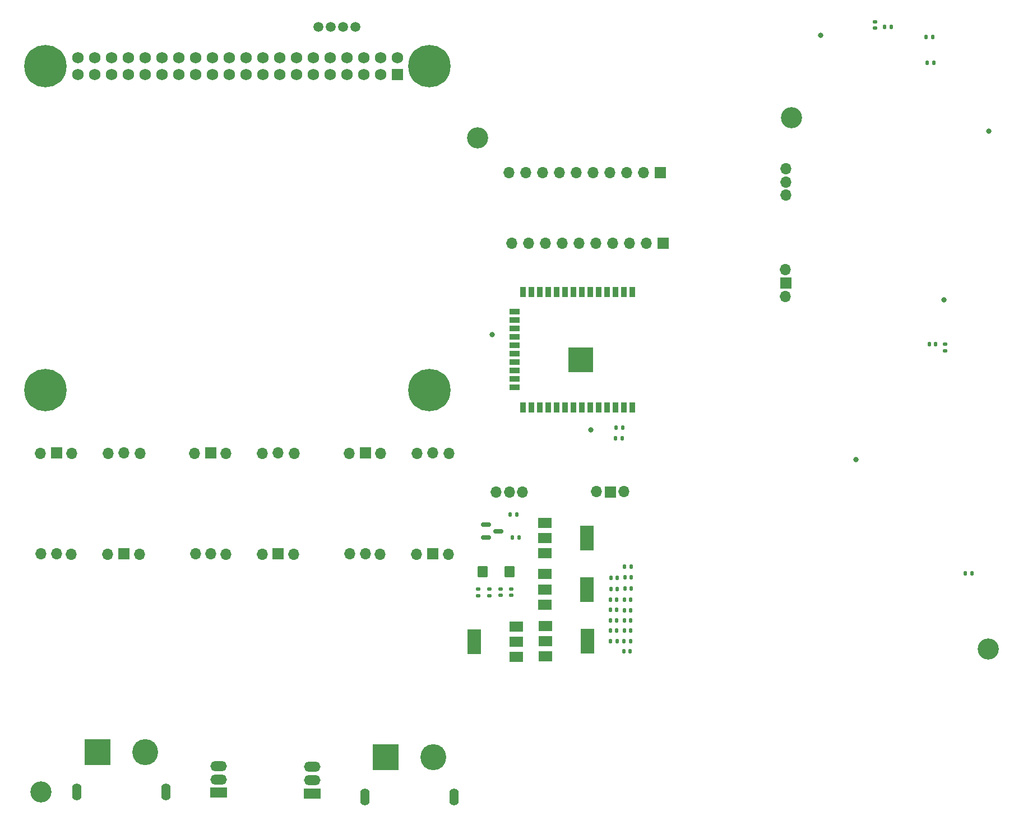
<source format=gbr>
%TF.GenerationSoftware,KiCad,Pcbnew,7.0.10*%
%TF.CreationDate,2024-12-13T01:24:43+05:30*%
%TF.ProjectId,remote_v2,72656d6f-7465-45f7-9632-2e6b69636164,rev?*%
%TF.SameCoordinates,Original*%
%TF.FileFunction,Soldermask,Bot*%
%TF.FilePolarity,Negative*%
%FSLAX46Y46*%
G04 Gerber Fmt 4.6, Leading zero omitted, Abs format (unit mm)*
G04 Created by KiCad (PCBNEW 7.0.10) date 2024-12-13 01:24:43*
%MOMM*%
%LPD*%
G01*
G04 APERTURE LIST*
G04 Aperture macros list*
%AMRoundRect*
0 Rectangle with rounded corners*
0 $1 Rounding radius*
0 $2 $3 $4 $5 $6 $7 $8 $9 X,Y pos of 4 corners*
0 Add a 4 corners polygon primitive as box body*
4,1,4,$2,$3,$4,$5,$6,$7,$8,$9,$2,$3,0*
0 Add four circle primitives for the rounded corners*
1,1,$1+$1,$2,$3*
1,1,$1+$1,$4,$5*
1,1,$1+$1,$6,$7*
1,1,$1+$1,$8,$9*
0 Add four rect primitives between the rounded corners*
20,1,$1+$1,$2,$3,$4,$5,0*
20,1,$1+$1,$4,$5,$6,$7,0*
20,1,$1+$1,$6,$7,$8,$9,0*
20,1,$1+$1,$8,$9,$2,$3,0*%
G04 Aperture macros list end*
%ADD10RoundRect,0.102000X1.858000X1.858000X-1.858000X1.858000X-1.858000X-1.858000X1.858000X-1.858000X0*%
%ADD11C,3.920000*%
%ADD12O,1.404000X2.604000*%
%ADD13R,2.500000X1.500000*%
%ADD14O,2.500000X1.500000*%
%ADD15C,0.800000*%
%ADD16C,3.200000*%
%ADD17O,1.700000X1.700000*%
%ADD18R,1.700000X1.700000*%
%ADD19RoundRect,0.102000X-0.762000X-0.762000X0.762000X-0.762000X0.762000X0.762000X-0.762000X0.762000X0*%
%ADD20C,1.728000*%
%ADD21C,6.404000*%
%ADD22RoundRect,0.140000X-0.140000X-0.170000X0.140000X-0.170000X0.140000X0.170000X-0.140000X0.170000X0*%
%ADD23RoundRect,0.140000X0.140000X0.170000X-0.140000X0.170000X-0.140000X-0.170000X0.140000X-0.170000X0*%
%ADD24RoundRect,0.135000X0.135000X0.185000X-0.135000X0.185000X-0.135000X-0.185000X0.135000X-0.185000X0*%
%ADD25RoundRect,0.135000X0.185000X-0.135000X0.185000X0.135000X-0.185000X0.135000X-0.185000X-0.135000X0*%
%ADD26C,1.500000*%
%ADD27RoundRect,0.140000X-0.170000X0.140000X-0.170000X-0.140000X0.170000X-0.140000X0.170000X0.140000X0*%
%ADD28RoundRect,0.140000X0.170000X-0.140000X0.170000X0.140000X-0.170000X0.140000X-0.170000X-0.140000X0*%
%ADD29RoundRect,0.135000X-0.135000X-0.185000X0.135000X-0.185000X0.135000X0.185000X-0.135000X0.185000X0*%
%ADD30R,2.000000X1.500000*%
%ADD31R,2.000000X3.800000*%
%ADD32RoundRect,0.135000X-0.185000X0.135000X-0.185000X-0.135000X0.185000X-0.135000X0.185000X0.135000X0*%
%ADD33R,0.900000X1.500000*%
%ADD34R,1.500000X0.900000*%
%ADD35R,3.800000X3.800000*%
%ADD36RoundRect,0.150000X-0.587500X-0.150000X0.587500X-0.150000X0.587500X0.150000X-0.587500X0.150000X0*%
%ADD37RoundRect,0.222222X0.577778X0.627778X-0.577778X0.627778X-0.577778X-0.627778X0.577778X-0.627778X0*%
G04 APERTURE END LIST*
D10*
%TO.C,J17*%
X113080000Y-152610000D03*
D11*
X120280000Y-152610000D03*
D12*
X109930000Y-158610000D03*
X123430000Y-158610000D03*
%TD*%
D13*
%TO.C,SW7*%
X87860000Y-157980000D03*
D14*
X87860000Y-155980000D03*
X87860000Y-153980000D03*
%TD*%
D15*
%TO.C,SW6*%
X184110000Y-107707500D03*
%TD*%
D10*
%TO.C,J25*%
X69590000Y-151900000D03*
D11*
X76790000Y-151900000D03*
D12*
X66440000Y-157900000D03*
X79940000Y-157900000D03*
%TD*%
D16*
%TO.C,REF\u002A\u002A*%
X127000000Y-59060000D03*
%TD*%
D15*
%TO.C,SW2*%
X204235000Y-58070000D03*
%TD*%
D17*
%TO.C,U6*%
X71125000Y-122005000D03*
D18*
X73535000Y-121900000D03*
D17*
X75925000Y-121970000D03*
X61075000Y-121920000D03*
X63375000Y-121910000D03*
X65625000Y-121970000D03*
X60925000Y-106770000D03*
D18*
X63375000Y-106680000D03*
D17*
X65675000Y-106720000D03*
X71175000Y-106720000D03*
X73535000Y-106670000D03*
X76025000Y-106720000D03*
%TD*%
D18*
%TO.C,J2*%
X154615000Y-64345000D03*
D17*
X152075000Y-64345000D03*
X149535000Y-64345000D03*
X146995000Y-64345000D03*
X144455000Y-64345000D03*
X141915000Y-64345000D03*
X139375000Y-64345000D03*
X136835000Y-64345000D03*
X134295000Y-64345000D03*
X131755000Y-64345000D03*
%TD*%
D15*
%TO.C,SW5*%
X197410000Y-83532500D03*
%TD*%
%TO.C,SW1*%
X178810000Y-43570000D03*
%TD*%
D17*
%TO.C,U15*%
X94445000Y-122005000D03*
D18*
X96855000Y-121900000D03*
D17*
X99245000Y-121970000D03*
X84395000Y-121920000D03*
X86695000Y-121910000D03*
X88945000Y-121970000D03*
X84245000Y-106770000D03*
D18*
X86695000Y-106680000D03*
D17*
X88995000Y-106720000D03*
X94495000Y-106720000D03*
X96855000Y-106670000D03*
X99345000Y-106720000D03*
%TD*%
D15*
%TO.C,SW4*%
X129160000Y-88795000D03*
%TD*%
D16*
%TO.C,REF\u002A\u002A*%
X204100000Y-136260000D03*
%TD*%
D18*
%TO.C,J3*%
X155020000Y-75010000D03*
D17*
X152480000Y-75010000D03*
X149940000Y-75010000D03*
X147400000Y-75010000D03*
X144860000Y-75010000D03*
X142320000Y-75010000D03*
X139780000Y-75010000D03*
X137240000Y-75010000D03*
X134700000Y-75010000D03*
X132160000Y-75010000D03*
%TD*%
D16*
%TO.C,REF\u002A\u002A*%
X174430000Y-56030000D03*
%TD*%
D17*
%TO.C,U16*%
X117765000Y-122005000D03*
D18*
X120175000Y-121900000D03*
D17*
X122565000Y-121970000D03*
X107715000Y-121920000D03*
X110015000Y-121910000D03*
X112265000Y-121970000D03*
X107565000Y-106770000D03*
D18*
X110015000Y-106680000D03*
D17*
X112315000Y-106720000D03*
X117815000Y-106720000D03*
X120175000Y-106670000D03*
X122665000Y-106720000D03*
%TD*%
D16*
%TO.C,REF\u002A\u002A*%
X61070000Y-157860000D03*
%TD*%
D13*
%TO.C,SW8*%
X102050000Y-158100000D03*
D14*
X102050000Y-156100000D03*
X102050000Y-154100000D03*
%TD*%
D19*
%TO.C,U2*%
X114865000Y-49485000D03*
D20*
X114865000Y-46945000D03*
X112325000Y-49485000D03*
X112325000Y-46945000D03*
X109785000Y-49485000D03*
X109785000Y-46945000D03*
X107245000Y-49485000D03*
X107245000Y-46945000D03*
X104705000Y-49485000D03*
X104705000Y-46945000D03*
X102165000Y-49485000D03*
X102165000Y-46945000D03*
X99625000Y-49485000D03*
X99625000Y-46945000D03*
X97085000Y-49485000D03*
X97085000Y-46945000D03*
X94545000Y-49485000D03*
X94545000Y-46945000D03*
X92005000Y-49485000D03*
X92005000Y-46945000D03*
X89465000Y-49485000D03*
X89465000Y-46945000D03*
X86925000Y-49485000D03*
X86925000Y-46945000D03*
X84385000Y-49485000D03*
X84385000Y-46945000D03*
X81845000Y-49485000D03*
X81845000Y-46945000D03*
X79305000Y-49485000D03*
X79305000Y-46945000D03*
X76765000Y-49485000D03*
X76765000Y-46945000D03*
X74225000Y-49485000D03*
X74225000Y-46945000D03*
X71685000Y-49485000D03*
X71685000Y-46945000D03*
X69145000Y-49485000D03*
X69145000Y-46945000D03*
X66605000Y-49485000D03*
X66605000Y-46945000D03*
D21*
X119735000Y-48215000D03*
X61735000Y-48215000D03*
X61735000Y-97215000D03*
X119735000Y-97215000D03*
%TD*%
D15*
%TO.C,SW3*%
X144060000Y-103195000D03*
%TD*%
D17*
%TO.C,U17*%
X133780000Y-112560000D03*
X131790000Y-112560000D03*
X129780000Y-112560000D03*
X149080000Y-112510000D03*
D18*
X147030000Y-112560000D03*
D17*
X144980000Y-112510000D03*
%TD*%
D22*
%TO.C,C32*%
X149110000Y-135130000D03*
X150070000Y-135130000D03*
%TD*%
%TO.C,C96*%
X195235000Y-90232500D03*
X196195000Y-90232500D03*
%TD*%
D17*
%TO.C,U21*%
X173560000Y-67740000D03*
X173560000Y-65750000D03*
X173560000Y-63740000D03*
X173510000Y-83040000D03*
D18*
X173560000Y-80990000D03*
D17*
X173510000Y-78940000D03*
%TD*%
D23*
%TO.C,C92*%
X148800000Y-104470000D03*
X147840000Y-104470000D03*
%TD*%
D24*
%TO.C,R24*%
X195870000Y-47695000D03*
X194850000Y-47695000D03*
%TD*%
D25*
%TO.C,R5*%
X128742500Y-128220000D03*
X128742500Y-127200000D03*
%TD*%
D22*
%TO.C,C39*%
X149130000Y-133530000D03*
X150090000Y-133530000D03*
%TD*%
D26*
%TO.C,J26*%
X108500000Y-42320000D03*
X106650000Y-42320000D03*
X104800000Y-42320000D03*
X102950000Y-42320000D03*
%TD*%
D23*
%TO.C,C5*%
X147990000Y-128860000D03*
X147030000Y-128860000D03*
%TD*%
D27*
%TO.C,C10*%
X130460000Y-127230000D03*
X130460000Y-128190000D03*
%TD*%
D28*
%TO.C,C3*%
X127050000Y-128220000D03*
X127050000Y-127260000D03*
%TD*%
D29*
%TO.C,R4*%
X131910000Y-115970000D03*
X132930000Y-115970000D03*
%TD*%
D30*
%TO.C,U4*%
X132800000Y-132920000D03*
X132800000Y-135220000D03*
D31*
X126500000Y-135220000D03*
D30*
X132800000Y-137520000D03*
%TD*%
D22*
%TO.C,C38*%
X149190000Y-123840000D03*
X150150000Y-123840000D03*
%TD*%
D27*
%TO.C,C90*%
X187060000Y-41515000D03*
X187060000Y-42475000D03*
%TD*%
D32*
%TO.C,R95*%
X197635000Y-90247500D03*
X197635000Y-91267500D03*
%TD*%
D33*
%TO.C,U23*%
X150315000Y-99820000D03*
X149045000Y-99820000D03*
X147775000Y-99820000D03*
X146505000Y-99820000D03*
X145235000Y-99820000D03*
X143965000Y-99820000D03*
X142695000Y-99820000D03*
X141425000Y-99820000D03*
X140155000Y-99820000D03*
X138885000Y-99820000D03*
X137615000Y-99820000D03*
X136345000Y-99820000D03*
X135075000Y-99820000D03*
X133805000Y-99820000D03*
D34*
X132555000Y-96780000D03*
X132555000Y-95510000D03*
X132555000Y-94240000D03*
X132555000Y-92970000D03*
X132555000Y-91700000D03*
X132555000Y-90430000D03*
X132555000Y-89160000D03*
X132555000Y-87890000D03*
X132555000Y-86620000D03*
X132555000Y-85350000D03*
D33*
X133805000Y-82320000D03*
X135075000Y-82320000D03*
X136345000Y-82320000D03*
X137615000Y-82320000D03*
X138885000Y-82320000D03*
X140155000Y-82320000D03*
X141425000Y-82320000D03*
X142695000Y-82320000D03*
X143965000Y-82320000D03*
X145235000Y-82320000D03*
X146505000Y-82320000D03*
X147775000Y-82320000D03*
X149045000Y-82320000D03*
X150315000Y-82320000D03*
D35*
X142595000Y-92570000D03*
%TD*%
D30*
%TO.C,U9*%
X137172500Y-121830000D03*
X137172500Y-119530000D03*
D31*
X143472500Y-119530000D03*
D30*
X137172500Y-117230000D03*
%TD*%
D29*
%TO.C,R2*%
X132270000Y-119450000D03*
X133290000Y-119450000D03*
%TD*%
D24*
%TO.C,R6*%
X148050000Y-135120000D03*
X147030000Y-135120000D03*
%TD*%
D36*
%TO.C,Q1*%
X128245000Y-119440000D03*
X128245000Y-117540000D03*
X130120000Y-118490000D03*
%TD*%
D37*
%TO.C,D1*%
X131790000Y-124590000D03*
X127790000Y-124590000D03*
%TD*%
D30*
%TO.C,U3*%
X137250000Y-137400000D03*
X137250000Y-135100000D03*
D31*
X143550000Y-135100000D03*
D30*
X137250000Y-132800000D03*
%TD*%
D29*
%TO.C,R34*%
X147860000Y-102820000D03*
X148880000Y-102820000D03*
%TD*%
D23*
%TO.C,C6*%
X148010000Y-130390000D03*
X147050000Y-130390000D03*
%TD*%
D22*
%TO.C,C40*%
X149170000Y-131970000D03*
X150130000Y-131970000D03*
%TD*%
D27*
%TO.C,C9*%
X132110000Y-127200000D03*
X132110000Y-128160000D03*
%TD*%
D29*
%TO.C,R27*%
X188475000Y-42345000D03*
X189495000Y-42345000D03*
%TD*%
%TO.C,R25*%
X194750000Y-43845000D03*
X195770000Y-43845000D03*
%TD*%
D23*
%TO.C,C4*%
X148010000Y-133535000D03*
X147050000Y-133535000D03*
%TD*%
D22*
%TO.C,C2*%
X147140000Y-125520000D03*
X148100000Y-125520000D03*
%TD*%
%TO.C,C44*%
X149220000Y-127190000D03*
X150180000Y-127190000D03*
%TD*%
D23*
%TO.C,C8*%
X148080000Y-127220000D03*
X147120000Y-127220000D03*
%TD*%
D22*
%TO.C,C42*%
X149180000Y-128870000D03*
X150140000Y-128870000D03*
%TD*%
D23*
%TO.C,C31*%
X201635000Y-124857500D03*
X200675000Y-124857500D03*
%TD*%
D30*
%TO.C,U1*%
X137190000Y-129590000D03*
X137190000Y-127290000D03*
D31*
X143490000Y-127290000D03*
D30*
X137190000Y-124990000D03*
%TD*%
D22*
%TO.C,C41*%
X149180000Y-130410000D03*
X150140000Y-130410000D03*
%TD*%
D23*
%TO.C,C7*%
X148000000Y-131970000D03*
X147040000Y-131970000D03*
%TD*%
D22*
%TO.C,C43*%
X149220000Y-125455000D03*
X150180000Y-125455000D03*
%TD*%
%TO.C,C36*%
X149070000Y-136630000D03*
X150030000Y-136630000D03*
%TD*%
M02*

</source>
